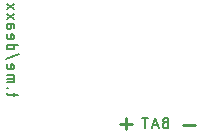
<source format=gbr>
G04 EAGLE Gerber RS-274X export*
G75*
%MOMM*%
%FSLAX34Y34*%
%LPD*%
%INSilkscreen Bottom*%
%IPPOS*%
%AMOC8*
5,1,8,0,0,1.08239X$1,22.5*%
G01*
%ADD10C,0.203200*%
%ADD11C,0.152400*%
%ADD12C,0.254000*%


D10*
X14138Y62611D02*
X14138Y65600D01*
X17128Y63607D02*
X9654Y63607D01*
X9578Y63609D01*
X9503Y63615D01*
X9428Y63624D01*
X9353Y63638D01*
X9279Y63655D01*
X9206Y63676D01*
X9135Y63700D01*
X9064Y63728D01*
X8996Y63760D01*
X8928Y63795D01*
X8863Y63833D01*
X8800Y63875D01*
X8739Y63920D01*
X8680Y63968D01*
X8624Y64018D01*
X8570Y64072D01*
X8520Y64128D01*
X8472Y64187D01*
X8427Y64248D01*
X8385Y64311D01*
X8347Y64376D01*
X8312Y64444D01*
X8280Y64512D01*
X8252Y64583D01*
X8228Y64654D01*
X8207Y64727D01*
X8190Y64801D01*
X8176Y64876D01*
X8167Y64951D01*
X8161Y65026D01*
X8159Y65102D01*
X8160Y65102D02*
X8160Y65600D01*
X8160Y69269D02*
X8658Y69269D01*
X8658Y69767D01*
X8160Y69767D01*
X8160Y69269D01*
X8160Y74449D02*
X14138Y74449D01*
X14138Y78933D01*
X14139Y78933D02*
X14137Y79009D01*
X14131Y79084D01*
X14122Y79159D01*
X14108Y79234D01*
X14091Y79308D01*
X14070Y79381D01*
X14046Y79452D01*
X14018Y79523D01*
X13986Y79591D01*
X13951Y79659D01*
X13913Y79724D01*
X13871Y79787D01*
X13826Y79848D01*
X13778Y79907D01*
X13728Y79963D01*
X13674Y80017D01*
X13618Y80067D01*
X13559Y80115D01*
X13498Y80160D01*
X13435Y80202D01*
X13370Y80240D01*
X13302Y80275D01*
X13234Y80307D01*
X13163Y80335D01*
X13092Y80359D01*
X13019Y80380D01*
X12945Y80397D01*
X12870Y80411D01*
X12795Y80420D01*
X12720Y80426D01*
X12644Y80428D01*
X12644Y80427D02*
X8160Y80427D01*
X8160Y77438D02*
X14138Y77438D01*
X8160Y87170D02*
X8160Y89661D01*
X8159Y87170D02*
X8161Y87094D01*
X8167Y87019D01*
X8176Y86944D01*
X8190Y86869D01*
X8207Y86795D01*
X8228Y86722D01*
X8252Y86651D01*
X8280Y86580D01*
X8312Y86512D01*
X8347Y86444D01*
X8385Y86379D01*
X8427Y86316D01*
X8472Y86255D01*
X8520Y86196D01*
X8570Y86140D01*
X8624Y86086D01*
X8680Y86036D01*
X8739Y85988D01*
X8800Y85943D01*
X8863Y85901D01*
X8928Y85863D01*
X8996Y85828D01*
X9064Y85796D01*
X9135Y85768D01*
X9206Y85744D01*
X9279Y85723D01*
X9353Y85706D01*
X9428Y85692D01*
X9503Y85683D01*
X9578Y85677D01*
X9654Y85675D01*
X12146Y85675D01*
X12234Y85677D01*
X12322Y85683D01*
X12410Y85693D01*
X12497Y85706D01*
X12583Y85724D01*
X12669Y85745D01*
X12753Y85770D01*
X12837Y85799D01*
X12919Y85831D01*
X12999Y85867D01*
X13078Y85906D01*
X13155Y85949D01*
X13230Y85996D01*
X13303Y86045D01*
X13374Y86098D01*
X13442Y86154D01*
X13508Y86213D01*
X13571Y86274D01*
X13631Y86339D01*
X13688Y86406D01*
X13743Y86475D01*
X13794Y86547D01*
X13842Y86621D01*
X13886Y86697D01*
X13928Y86775D01*
X13965Y86855D01*
X14000Y86936D01*
X14030Y87019D01*
X14057Y87103D01*
X14080Y87188D01*
X14100Y87274D01*
X14115Y87361D01*
X14127Y87448D01*
X14135Y87536D01*
X14139Y87624D01*
X14139Y87712D01*
X14135Y87800D01*
X14127Y87888D01*
X14115Y87975D01*
X14100Y88062D01*
X14080Y88148D01*
X14057Y88233D01*
X14030Y88317D01*
X14000Y88400D01*
X13965Y88481D01*
X13928Y88561D01*
X13886Y88639D01*
X13842Y88715D01*
X13794Y88789D01*
X13743Y88861D01*
X13688Y88930D01*
X13631Y88997D01*
X13571Y89062D01*
X13508Y89123D01*
X13442Y89182D01*
X13374Y89238D01*
X13303Y89291D01*
X13230Y89340D01*
X13155Y89387D01*
X13078Y89430D01*
X12999Y89469D01*
X12919Y89505D01*
X12837Y89537D01*
X12753Y89566D01*
X12669Y89591D01*
X12583Y89612D01*
X12497Y89630D01*
X12410Y89643D01*
X12322Y89653D01*
X12234Y89659D01*
X12146Y89661D01*
X11149Y89661D01*
X11149Y85675D01*
X7163Y93925D02*
X18124Y97911D01*
X17128Y106076D02*
X8160Y106076D01*
X8160Y103585D01*
X8159Y103585D02*
X8161Y103509D01*
X8167Y103434D01*
X8176Y103359D01*
X8190Y103284D01*
X8207Y103210D01*
X8228Y103137D01*
X8252Y103066D01*
X8280Y102995D01*
X8312Y102927D01*
X8347Y102859D01*
X8385Y102794D01*
X8427Y102731D01*
X8472Y102670D01*
X8520Y102611D01*
X8570Y102555D01*
X8624Y102501D01*
X8680Y102451D01*
X8739Y102403D01*
X8800Y102358D01*
X8863Y102316D01*
X8928Y102278D01*
X8996Y102243D01*
X9064Y102211D01*
X9135Y102183D01*
X9206Y102159D01*
X9279Y102138D01*
X9353Y102121D01*
X9428Y102107D01*
X9503Y102098D01*
X9578Y102092D01*
X9654Y102090D01*
X9654Y102091D02*
X12644Y102091D01*
X12644Y102090D02*
X12720Y102092D01*
X12795Y102098D01*
X12870Y102107D01*
X12945Y102121D01*
X13019Y102138D01*
X13092Y102159D01*
X13163Y102183D01*
X13234Y102211D01*
X13302Y102243D01*
X13370Y102278D01*
X13435Y102316D01*
X13498Y102358D01*
X13559Y102403D01*
X13618Y102451D01*
X13674Y102501D01*
X13728Y102555D01*
X13778Y102611D01*
X13826Y102670D01*
X13871Y102731D01*
X13913Y102794D01*
X13951Y102859D01*
X13986Y102927D01*
X14018Y102995D01*
X14046Y103066D01*
X14070Y103137D01*
X14091Y103210D01*
X14108Y103284D01*
X14122Y103359D01*
X14131Y103434D01*
X14137Y103509D01*
X14139Y103585D01*
X14138Y103585D02*
X14138Y106076D01*
X8160Y112580D02*
X8160Y115071D01*
X8159Y112580D02*
X8161Y112504D01*
X8167Y112429D01*
X8176Y112354D01*
X8190Y112279D01*
X8207Y112205D01*
X8228Y112132D01*
X8252Y112061D01*
X8280Y111990D01*
X8312Y111922D01*
X8347Y111854D01*
X8385Y111789D01*
X8427Y111726D01*
X8472Y111665D01*
X8520Y111606D01*
X8570Y111550D01*
X8624Y111496D01*
X8680Y111446D01*
X8739Y111398D01*
X8800Y111353D01*
X8863Y111311D01*
X8928Y111273D01*
X8996Y111238D01*
X9064Y111206D01*
X9135Y111178D01*
X9206Y111154D01*
X9279Y111133D01*
X9353Y111116D01*
X9428Y111102D01*
X9503Y111093D01*
X9578Y111087D01*
X9654Y111085D01*
X12146Y111085D01*
X12234Y111087D01*
X12322Y111093D01*
X12410Y111103D01*
X12497Y111116D01*
X12583Y111134D01*
X12669Y111155D01*
X12753Y111180D01*
X12837Y111209D01*
X12919Y111241D01*
X12999Y111277D01*
X13078Y111316D01*
X13155Y111359D01*
X13230Y111406D01*
X13303Y111455D01*
X13374Y111508D01*
X13442Y111564D01*
X13508Y111623D01*
X13571Y111684D01*
X13631Y111749D01*
X13688Y111816D01*
X13743Y111885D01*
X13794Y111957D01*
X13842Y112031D01*
X13886Y112107D01*
X13928Y112185D01*
X13965Y112265D01*
X14000Y112346D01*
X14030Y112429D01*
X14057Y112513D01*
X14080Y112598D01*
X14100Y112684D01*
X14115Y112771D01*
X14127Y112858D01*
X14135Y112946D01*
X14139Y113034D01*
X14139Y113122D01*
X14135Y113210D01*
X14127Y113298D01*
X14115Y113385D01*
X14100Y113472D01*
X14080Y113558D01*
X14057Y113643D01*
X14030Y113727D01*
X14000Y113810D01*
X13965Y113891D01*
X13928Y113971D01*
X13886Y114049D01*
X13842Y114125D01*
X13794Y114199D01*
X13743Y114271D01*
X13688Y114340D01*
X13631Y114407D01*
X13571Y114472D01*
X13508Y114533D01*
X13442Y114592D01*
X13374Y114648D01*
X13303Y114701D01*
X13230Y114750D01*
X13155Y114797D01*
X13078Y114840D01*
X12999Y114879D01*
X12919Y114915D01*
X12837Y114947D01*
X12753Y114976D01*
X12669Y115001D01*
X12583Y115022D01*
X12497Y115040D01*
X12410Y115053D01*
X12322Y115063D01*
X12234Y115069D01*
X12146Y115071D01*
X11149Y115071D01*
X11149Y111085D01*
X11647Y121324D02*
X11647Y123566D01*
X11648Y121324D02*
X11646Y121242D01*
X11640Y121161D01*
X11631Y121079D01*
X11617Y120999D01*
X11600Y120919D01*
X11579Y120840D01*
X11555Y120762D01*
X11527Y120685D01*
X11495Y120610D01*
X11460Y120536D01*
X11421Y120464D01*
X11379Y120394D01*
X11334Y120326D01*
X11286Y120260D01*
X11234Y120196D01*
X11180Y120135D01*
X11123Y120076D01*
X11063Y120021D01*
X11000Y119968D01*
X10936Y119918D01*
X10869Y119871D01*
X10799Y119827D01*
X10728Y119787D01*
X10655Y119750D01*
X10581Y119717D01*
X10505Y119687D01*
X10427Y119660D01*
X10349Y119638D01*
X10269Y119619D01*
X10189Y119603D01*
X10108Y119592D01*
X10027Y119584D01*
X9945Y119580D01*
X9863Y119580D01*
X9781Y119584D01*
X9700Y119592D01*
X9619Y119603D01*
X9539Y119619D01*
X9459Y119638D01*
X9381Y119660D01*
X9303Y119687D01*
X9227Y119717D01*
X9153Y119750D01*
X9080Y119787D01*
X9009Y119827D01*
X8939Y119871D01*
X8872Y119918D01*
X8808Y119968D01*
X8745Y120021D01*
X8685Y120076D01*
X8628Y120135D01*
X8574Y120196D01*
X8522Y120260D01*
X8474Y120326D01*
X8429Y120394D01*
X8387Y120464D01*
X8348Y120536D01*
X8313Y120610D01*
X8281Y120685D01*
X8253Y120762D01*
X8229Y120840D01*
X8208Y120919D01*
X8191Y120999D01*
X8177Y121079D01*
X8168Y121161D01*
X8162Y121242D01*
X8160Y121324D01*
X8160Y123566D01*
X12644Y123566D01*
X12644Y123567D02*
X12720Y123565D01*
X12795Y123559D01*
X12870Y123550D01*
X12945Y123536D01*
X13019Y123519D01*
X13092Y123498D01*
X13163Y123474D01*
X13234Y123446D01*
X13302Y123414D01*
X13370Y123379D01*
X13435Y123341D01*
X13498Y123299D01*
X13559Y123254D01*
X13618Y123206D01*
X13674Y123156D01*
X13728Y123102D01*
X13778Y123046D01*
X13826Y122987D01*
X13871Y122926D01*
X13913Y122863D01*
X13951Y122798D01*
X13986Y122730D01*
X14018Y122662D01*
X14046Y122591D01*
X14070Y122520D01*
X14091Y122447D01*
X14108Y122373D01*
X14122Y122298D01*
X14131Y122223D01*
X14137Y122148D01*
X14139Y122072D01*
X14138Y122072D02*
X14138Y120079D01*
X8160Y128245D02*
X14138Y132231D01*
X14138Y128245D02*
X8160Y132231D01*
X8160Y136165D02*
X14138Y140151D01*
X14138Y136165D02*
X8160Y140151D01*
D11*
X142095Y40485D02*
X144494Y40485D01*
X142095Y40485D02*
X141998Y40483D01*
X141902Y40477D01*
X141806Y40468D01*
X141710Y40454D01*
X141615Y40437D01*
X141521Y40415D01*
X141428Y40390D01*
X141335Y40362D01*
X141244Y40329D01*
X141155Y40293D01*
X141067Y40253D01*
X140980Y40210D01*
X140896Y40164D01*
X140813Y40114D01*
X140732Y40060D01*
X140654Y40004D01*
X140578Y39944D01*
X140504Y39882D01*
X140433Y39816D01*
X140365Y39748D01*
X140299Y39677D01*
X140237Y39603D01*
X140177Y39527D01*
X140121Y39449D01*
X140067Y39368D01*
X140017Y39286D01*
X139971Y39201D01*
X139928Y39114D01*
X139888Y39026D01*
X139852Y38937D01*
X139819Y38846D01*
X139791Y38753D01*
X139766Y38660D01*
X139744Y38566D01*
X139727Y38471D01*
X139713Y38375D01*
X139704Y38279D01*
X139698Y38183D01*
X139696Y38086D01*
X139698Y37989D01*
X139704Y37893D01*
X139713Y37797D01*
X139727Y37701D01*
X139744Y37606D01*
X139766Y37512D01*
X139791Y37419D01*
X139819Y37326D01*
X139852Y37235D01*
X139888Y37146D01*
X139928Y37058D01*
X139971Y36971D01*
X140017Y36887D01*
X140067Y36804D01*
X140121Y36723D01*
X140177Y36645D01*
X140237Y36569D01*
X140299Y36495D01*
X140365Y36424D01*
X140433Y36356D01*
X140504Y36290D01*
X140578Y36228D01*
X140654Y36168D01*
X140732Y36112D01*
X140813Y36058D01*
X140895Y36008D01*
X140980Y35962D01*
X141067Y35919D01*
X141155Y35879D01*
X141244Y35843D01*
X141335Y35810D01*
X141428Y35782D01*
X141521Y35757D01*
X141615Y35735D01*
X141710Y35718D01*
X141806Y35704D01*
X141902Y35695D01*
X141998Y35689D01*
X142095Y35687D01*
X144494Y35687D01*
X144494Y44323D01*
X142095Y44323D01*
X142009Y44321D01*
X141923Y44315D01*
X141837Y44306D01*
X141752Y44292D01*
X141668Y44275D01*
X141584Y44254D01*
X141502Y44229D01*
X141421Y44201D01*
X141341Y44169D01*
X141262Y44133D01*
X141186Y44094D01*
X141111Y44051D01*
X141038Y44006D01*
X140967Y43957D01*
X140899Y43904D01*
X140832Y43849D01*
X140769Y43791D01*
X140708Y43730D01*
X140650Y43667D01*
X140595Y43600D01*
X140542Y43532D01*
X140493Y43461D01*
X140448Y43388D01*
X140405Y43313D01*
X140366Y43237D01*
X140330Y43158D01*
X140298Y43078D01*
X140270Y42997D01*
X140245Y42915D01*
X140224Y42831D01*
X140207Y42747D01*
X140193Y42662D01*
X140184Y42576D01*
X140178Y42490D01*
X140176Y42404D01*
X140178Y42318D01*
X140184Y42232D01*
X140193Y42146D01*
X140207Y42061D01*
X140224Y41977D01*
X140245Y41893D01*
X140270Y41811D01*
X140298Y41730D01*
X140330Y41650D01*
X140366Y41571D01*
X140405Y41495D01*
X140448Y41420D01*
X140493Y41347D01*
X140542Y41276D01*
X140595Y41208D01*
X140650Y41141D01*
X140708Y41078D01*
X140769Y41017D01*
X140832Y40959D01*
X140899Y40904D01*
X140967Y40851D01*
X141038Y40802D01*
X141111Y40757D01*
X141186Y40714D01*
X141262Y40675D01*
X141341Y40639D01*
X141421Y40607D01*
X141502Y40579D01*
X141584Y40554D01*
X141668Y40533D01*
X141752Y40516D01*
X141837Y40502D01*
X141923Y40493D01*
X142009Y40487D01*
X142095Y40485D01*
X136330Y35687D02*
X133451Y44323D01*
X130572Y35687D01*
X131292Y37846D02*
X135610Y37846D01*
X124917Y35687D02*
X124917Y44323D01*
X127316Y44323D02*
X122518Y44323D01*
D12*
X157364Y37917D02*
X166846Y37917D01*
X113506Y39187D02*
X104024Y39187D01*
X108765Y43928D02*
X108765Y34445D01*
M02*

</source>
